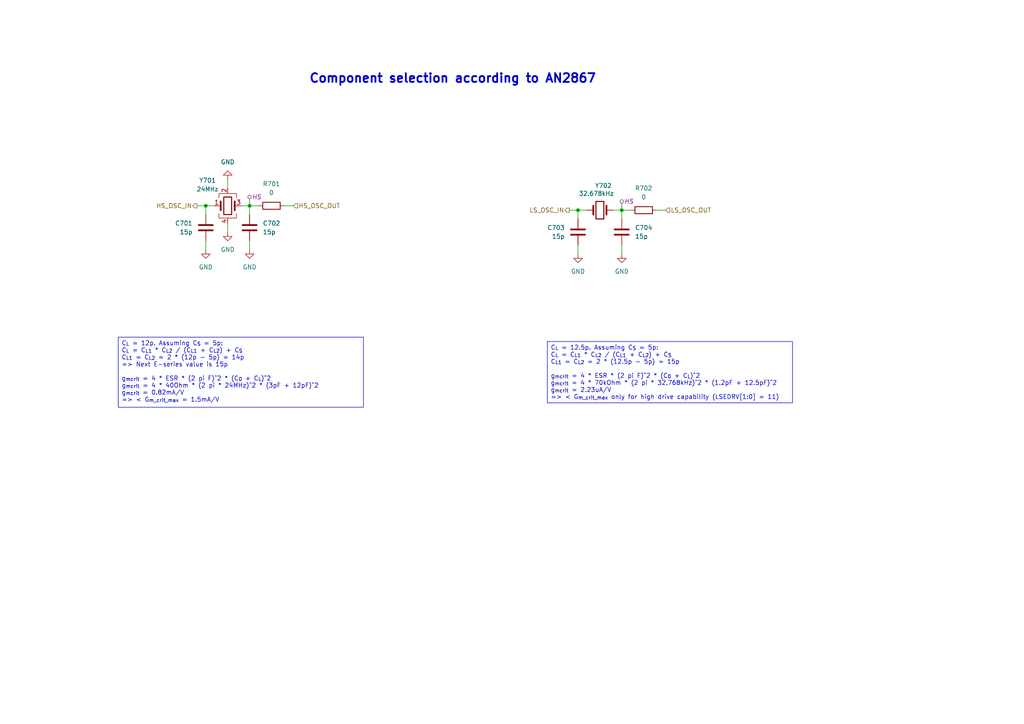
<source format=kicad_sch>
(kicad_sch (version 20231120) (generator "eeschema") (generator_version "8.0")
  (paper "A4")
  (lib_symbols
    (symbol "Device:C" (pin_numbers hide) (pin_names (offset 0.254))
      (property "Reference" "C" (at 0.635 2.54 0))
      (property "Value" "C" (at 0.635 -2.54 0))
      (symbol "C_0_1"
        (polyline (pts (xy -2.032 -0.762) (xy 2.032 -0.762)) (stroke (width 0.508)))
        (polyline (pts (xy -2.032 0.762) (xy 2.032 0.762)) (stroke (width 0.508)))
      )
      (symbol "C_1_1"
        (pin passive line (at 0 3.81 270) (length 2.794) (name "~") (number "1"))
        (pin passive line (at 0 -3.81 90) (length 2.794) (name "~") (number "2"))
      )
    )
    (symbol "Device:Crystal" (pin_numbers hide) (pin_names (offset 1.016) hide)
      (property "Reference" "Y" (at 0 3.81 0))
      (property "Value" "Crystal" (at 0 -3.81 0))
      (symbol "Crystal_0_1"
        (rectangle (start -1.143 2.54) (end 1.143 -2.54) (stroke (width 0.3048)))
        (polyline (pts (xy -2.54 0) (xy -1.905 0)))
        (polyline (pts (xy -1.905 -1.27) (xy -1.905 1.27)) (stroke (width 0.508)))
        (polyline (pts (xy 1.905 -1.27) (xy 1.905 1.27)) (stroke (width 0.508)))
        (polyline (pts (xy 2.54 0) (xy 1.905 0)))
      )
      (symbol "Crystal_1_1"
        (pin passive line (at -3.81 0 0) (length 1.27) (name "1") (number "1"))
        (pin passive line (at 3.81 0 180) (length 1.27) (name "2") (number "2"))
      )
    )
    (symbol "Device:Crystal_GND24" (pin_names (offset 1.016) hide)
      (property "Reference" "Y" (at 3.175 5.08 0))
      (property "Value" "Crystal_GND24" (at 3.175 3.175 0))
      (symbol "Crystal_GND24_0_1"
        (rectangle (start -1.143 2.54) (end 1.143 -2.54) (stroke (width 0.3048)))
        (polyline (pts (xy -2.54 0) (xy -2.032 0)))
        (polyline (pts (xy -2.032 -1.27) (xy -2.032 1.27)) (stroke (width 0.508)))
        (polyline (pts (xy 0 -3.81) (xy 0 -3.556)))
        (polyline (pts (xy 0 3.556) (xy 0 3.81)))
        (polyline (pts (xy 2.032 -1.27) (xy 2.032 1.27)) (stroke (width 0.508)))
        (polyline (pts (xy 2.032 0) (xy 2.54 0)))
        (polyline (pts (xy -2.54 -2.286) (xy -2.54 -3.556) (xy 2.54 -3.556) (xy 2.54 -2.286)))
        (polyline (pts (xy -2.54 2.286) (xy -2.54 3.556) (xy 2.54 3.556) (xy 2.54 2.286)))
      )
      (symbol "Crystal_GND24_1_1"
        (pin passive line (at -3.81 0 0) (length 1.27) (name "1") (number "1"))
        (pin passive line (at 0 5.08 270) (length 1.27) (name "2") (number "2"))
        (pin passive line (at 3.81 0 180) (length 1.27) (name "3") (number "3"))
        (pin passive line (at 0 -5.08 90) (length 1.27) (name "4") (number "4"))
      )
    )
    (symbol "Device:R" (pin_numbers hide) (pin_names (offset 0))
      (property "Reference" "R" (at 2.032 0 90))
      (property "Value" "R" (at 0 0 90))
      (symbol "R_0_1"
        (rectangle (start -1.016 -2.54) (end 1.016 2.54) (stroke (width 0.254)))
      )
      (symbol "R_1_1"
        (pin passive line (at 0 3.81 270) (length 1.27) (name "~") (number "1"))
        (pin passive line (at 0 -3.81 90) (length 1.27) (name "~") (number "2"))
      )
    )
    (symbol "power:GND" (power) (pin_numbers hide) (pin_names (offset 0) hide)
      (property "Value" "GND" (at 0 -3.81 0))
      (symbol "GND_0_1"
        (polyline (pts (xy 0 0) (xy 0 -1.27) (xy 1.27 -1.27) (xy 0 -2.54) (xy -1.27 -1.27) (xy 0 -1.27)))
      )
      (symbol "GND_1_1"
        (pin power_in line (at 0 0 270) (length 0) (name "~") (number "1"))
      )
    )
  )
  (junction (at 180.34 60.96))
  (junction (at 167.64 60.96))
  (junction (at 59.69 59.69))
  (junction (at 72.39 59.69))
  (wire (pts (xy 72.39 62.23) (xy 72.39 59.69)))
  (wire (pts (xy 180.34 60.96) (xy 177.8 60.96)))
  (wire (pts (xy 165.1 60.96) (xy 167.64 60.96)))
  (wire (pts (xy 180.34 73.66) (xy 180.34 71.12)))
  (wire (pts (xy 167.64 60.96) (xy 170.18 60.96)))
  (wire (pts (xy 180.34 63.5) (xy 180.34 60.96)))
  (wire (pts (xy 82.55 59.69) (xy 85.09 59.69)))
  (wire (pts (xy 180.34 60.96) (xy 182.88 60.96)))
  (wire (pts (xy 66.04 67.31) (xy 66.04 64.77)))
  (wire (pts (xy 59.69 59.69) (xy 62.23 59.69)))
  (wire (pts (xy 59.69 59.69) (xy 59.69 62.23)))
  (wire (pts (xy 167.64 73.66) (xy 167.64 71.12)))
  (wire (pts (xy 57.15 59.69) (xy 59.69 59.69)))
  (wire (pts (xy 72.39 59.69) (xy 69.85 59.69)))
  (wire (pts (xy 190.5 60.96) (xy 193.04 60.96)))
  (wire (pts (xy 72.39 72.39) (xy 72.39 69.85)))
  (wire (pts (xy 167.64 60.96) (xy 167.64 63.5)))
  (wire (pts (xy 66.04 52.07) (xy 66.04 54.61)))
  (wire (pts (xy 59.69 72.39) (xy 59.69 69.85)))
  (wire (pts (xy 72.39 59.69) (xy 74.93 59.69)))
  (text_box "C_{L} = 12p. Assuming C_{S} = 5p:\nC_{L} = C_{L1} * C_{L2} / (C_{L1} + C_{L2}) + C_{S}\nC_{L1} = C_{L2} = 2 * (12p - 5p) = 14p\n=> Next E-series value is 15p\n\ng_{mcrit} = 4 * ESR * (2 pi F)^2 * (C_{0} + C_{L})^2\ng_{mcrit} = 4 * 40Ohm * (2 pi * 24MHz)^2 * (3pF + 12pF)^2\ng_{mcrit} = 0.82mA/V\n=> < G_{m_crit_max} = 1.5mA/V" (at 34.29 97.79 0) (size 71.12 20.32) (effects (font (size 1.27 1.27)) (justify left top)))
  (text_box "C_{L} = 12.5p. Assuming C_{S} = 5p:\nC_{L} = C_{L1} * C_{L2} / (C_{L1} + C_{L2}) + C_{S}\nC_{L1} = C_{L2} = 2 * (12.5p - 5p) = 15p\n\ng_{mcrit} = 4 * ESR * (2 pi F)^2 * (C_{0} + C_{L})^2\ng_{mcrit} = 4 * 70kOhm * (2 pi * 32.768kHz)^2 * (1.2pF + 12.5pF)^2\ng_{mcrit} = 2.23uA/V\n=> < G_{m_crit_max} only for high drive capability (LSEDRV[1:0] = 11)" (at 158.75 99.06 0) (size 71.12 17.78) (effects (font (size 1.27 1.27)) (justify left top)))
  (text "Component selection according to AN2867" (at 131.318 22.86 0) (effects (font (size 2.54 2.54) (thickness 0.508) (bold yes))))
  (hierarchical_label "LS_OSC_IN" (shape output) (at 165.1 60.96 180))
  (hierarchical_label "LS_OSC_OUT" (shape input) (at 193.04 60.96 0))
  (hierarchical_label "HS_OSC_OUT" (shape input) (at 85.09 59.69 0))
  (hierarchical_label "HS_OSC_IN" (shape output) (at 57.15 59.69 180))
  (netclass_flag "" (length 2.54) (shape round) (at 72.39 59.69 0) (property "Netclass" "HS" (at 73.0885 57.15 0) (effects (font (italic yes)) (justify left))))
  (netclass_flag "" (length 2.54) (shape round) (at 180.34 60.96 0) (property "Netclass" "HS" (at 181.0385 58.42 0) (effects (font (italic yes)) (justify left))))
  (symbol (lib_id "power:GND") (at 167.64 73.66 0) (unit 1)
    (property "Reference" "#PWR0705" (effects (hide yes)))
    (property "Value" "GND" (at 167.64 78.74 0))
    (property "Description" "Power symbol creates a global label with name \"GND\" , ground" (effects (hide yes)))
  )
  (symbol (lib_id "Device:C") (at 59.69 66.04 0) (mirror y) (unit 1)
    (property "Reference" "C701" (at 55.88 64.7699 0) (effects (justify left)))
    (property "Value" "15p" (at 55.88 67.3099 0) (effects (justify left)))
    (property "Footprint" "Capacitor_SMD:C_0603_1608Metric" (effects (hide yes)))
    (property "Description" "Unpolarized capacitor" (effects (hide yes)))
  )
  (symbol (lib_id "power:GND") (at 66.04 67.31 0) (unit 1)
    (property "Reference" "#PWR0702" (effects (hide yes)))
    (property "Value" "GND" (at 66.04 72.39 0))
    (property "Description" "Power symbol creates a global label with name \"GND\" , ground" (effects (hide yes)))
  )
  (symbol (lib_id "Device:Crystal") (at 173.99 60.96 0) (unit 1)
    (property "Reference" "Y702" (at 175.006 53.848 0))
    (property "Value" "32.678kHz" (at 172.974 56.134 0))
    (property "Footprint" "Crystal:Crystal_SMD_3215-2Pin_3.2x1.5mm" (effects (hide yes)))
    (property "Datasheet" "https://wmsc.lcsc.com/wmsc/upload/file/pdf/v2/lcsc/2403071419_CJKJ-C30732-768NCXE10_C21714063.pdf" (effects (hide yes)))
    (property "Description" "Two pin crystal" (effects (hide yes)))
    (property "Part" "X321532768KGD2SI" (effects (hide yes)))
  )
  (symbol (lib_id "Device:C") (at 72.39 66.04 0) (unit 1)
    (property "Reference" "C702" (at 76.2 64.7699 0) (effects (justify left)))
    (property "Value" "15p" (at 76.2 67.3099 0) (effects (justify left)))
    (property "Footprint" "Capacitor_SMD:C_0603_1608Metric" (effects (hide yes)))
    (property "Description" "Unpolarized capacitor" (effects (hide yes)))
  )
  (symbol (lib_id "power:GND") (at 72.39 72.39 0) (unit 1)
    (property "Reference" "#PWR0704" (effects (hide yes)))
    (property "Value" "GND" (at 72.39 77.47 0))
    (property "Description" "Power symbol creates a global label with name \"GND\" , ground" (effects (hide yes)))
  )
  (symbol (lib_id "power:GND") (at 59.69 72.39 0) (unit 1)
    (property "Reference" "#PWR0703" (effects (hide yes)))
    (property "Value" "GND" (at 59.69 77.47 0))
    (property "Description" "Power symbol creates a global label with name \"GND\" , ground" (effects (hide yes)))
  )
  (symbol (lib_id "power:GND") (at 66.04 52.07 180) (unit 1)
    (property "Reference" "#PWR0701" (effects (hide yes)))
    (property "Value" "GND" (at 66.04 46.99 0))
    (property "Description" "Power symbol creates a global label with name \"GND\" , ground" (effects (hide yes)))
  )
  (symbol (lib_id "power:GND") (at 180.34 73.66 0) (unit 1)
    (property "Reference" "#PWR0706" (effects (hide yes)))
    (property "Value" "GND" (at 180.34 78.74 0))
    (property "Description" "Power symbol creates a global label with name \"GND\" , ground" (effects (hide yes)))
  )
  (symbol (lib_id "Device:R") (at 78.74 59.69 90) (unit 1)
    (property "Reference" "R701" (at 78.74 53.34 90))
    (property "Value" "0" (at 78.74 55.88 90))
    (property "Footprint" "Resistor_SMD:R_0603_1608Metric" (effects (hide yes)))
    (property "Description" "Resistor" (effects (hide yes)))
  )
  (symbol (lib_id "Device:R") (at 186.69 60.96 90) (unit 1)
    (property "Reference" "R702" (at 186.69 54.61 90))
    (property "Value" "0" (at 186.69 57.15 90))
    (property "Footprint" "Resistor_SMD:R_0603_1608Metric" (effects (hide yes)))
    (property "Description" "Resistor" (effects (hide yes)))
  )
  (symbol (lib_id "Device:Crystal_GND24") (at 66.04 59.69 0) (unit 1)
    (property "Reference" "Y701" (at 60.198 52.324 0))
    (property "Value" "24MHz" (at 60.198 54.864 0))
    (property "Footprint" "Crystal:Crystal_SMD_3225-4Pin_3.2x2.5mm" (effects (hide yes)))
    (property "Datasheet" "https://wmsc.lcsc.com/wmsc/upload/file/pdf/v2/lcsc/2403131619_TKD-SX32Y024000BC1T001_C7420736.pdf" (effects (hide yes)))
    (property "Description" "Four pin crystal, GND on pins 2 and 4" (effects (hide yes)))
    (property "Part" "SX32Y024000BC1T001" (effects (hide yes)))
  )
  (symbol (lib_id "Device:C") (at 167.64 67.31 0) (mirror y) (unit 1)
    (property "Reference" "C703" (at 163.83 66.0399 0) (effects (justify left)))
    (property "Value" "15p" (at 163.83 68.5799 0) (effects (justify left)))
    (property "Footprint" "Capacitor_SMD:C_0603_1608Metric" (effects (hide yes)))
    (property "Description" "Unpolarized capacitor" (effects (hide yes)))
  )
  (symbol (lib_id "Device:C") (at 180.34 67.31 0) (unit 1)
    (property "Reference" "C704" (at 184.15 66.0399 0) (effects (justify left)))
    (property "Value" "15p" (at 184.15 68.5799 0) (effects (justify left)))
    (property "Footprint" "Capacitor_SMD:C_0603_1608Metric" (effects (hide yes)))
    (property "Description" "Unpolarized capacitor" (effects (hide yes)))
  )
)
</source>
